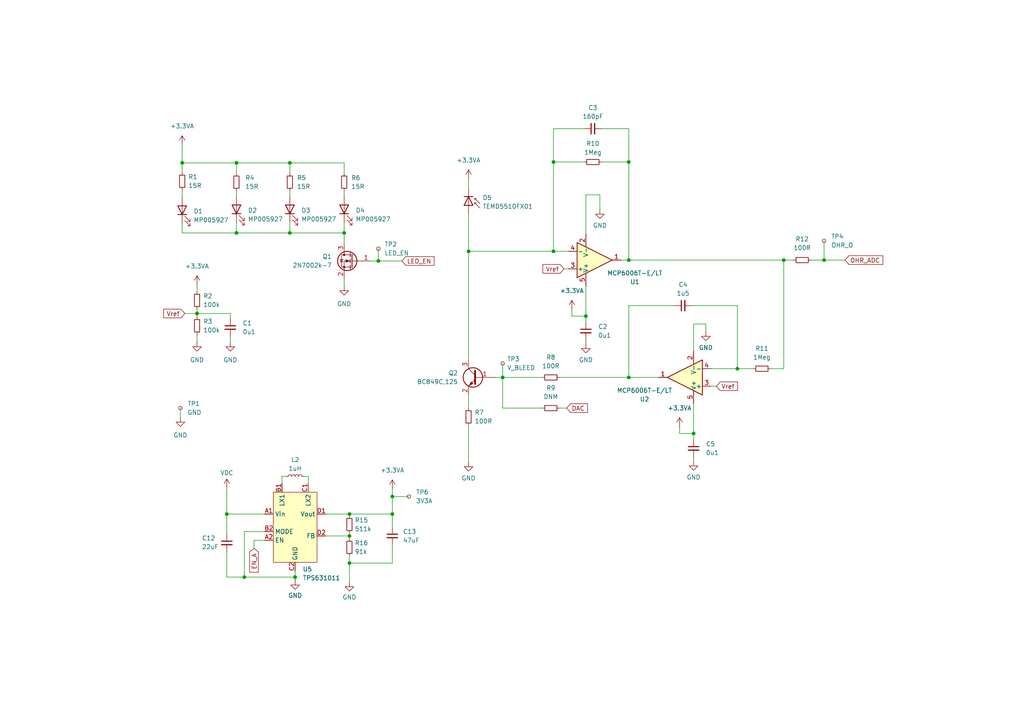
<source format=kicad_sch>
(kicad_sch (version 20231120) (generator "eeschema") (generator_version "8.0")
  (paper "A4")
  (lib_symbols
    (symbol "Amplifier_Operational:LT6015xS5" (pin_names (offset 0.127))
      (property "Reference" "U" (at -1.27 6.35 0))
      (property "Value" "LT6015xS5" (at -1.27 3.81 0))
      (symbol "LT6015xS5_0_1"
        (polyline (pts (xy -5.08 5.08) (xy 5.08 0) (xy -5.08 -5.08) (xy -5.08 5.08)) (stroke (width 0.254)) (fill (type background)))
        (pin power_in line (at -2.54 -7.62 90) (length 3.81) (name "V-") (number "2"))
        (pin power_in line (at -2.54 7.62 270) (length 3.81) (name "V+") (number "5"))
      )
      (symbol "LT6015xS5_1_1"
        (pin output line (at 7.62 0 180) (length 2.54) (name "~") (number "1"))
        (pin input line (at -7.62 2.54 0) (length 2.54) (name "+") (number "3"))
        (pin input line (at -7.62 -2.54 0) (length 2.54) (name "-") (number "4"))
      )
    )
    (symbol "Connector:TestPoint_Small" (pin_numbers hide) (pin_names (offset 0.762) hide)
      (property "Reference" "TP" (at 0 3.81 0))
      (property "Value" "TestPoint_Small" (at 0 2.032 0))
      (symbol "TestPoint_Small_0_1"
        (circle (center 0 0) (radius 0.508))
      )
      (symbol "TestPoint_Small_1_1"
        (pin passive line (at 0 0 90) (length 0) (name "1") (number "1"))
      )
    )
    (symbol "Device:C_Small" (pin_numbers hide) (pin_names (offset 0.254) hide)
      (property "Reference" "C" (at 0.254 1.778 0))
      (property "Value" "C_Small" (at 0.254 -2.032 0))
      (symbol "C_Small_0_1"
        (polyline (pts (xy -1.524 -0.508) (xy 1.524 -0.508)) (stroke (width 0.3302)))
        (polyline (pts (xy -1.524 0.508) (xy 1.524 0.508)) (stroke (width 0.3048)))
      )
      (symbol "C_Small_1_1"
        (pin passive line (at 0 2.54 270) (length 2.032) (name "~") (number "1"))
        (pin passive line (at 0 -2.54 90) (length 2.032) (name "~") (number "2"))
      )
    )
    (symbol "Device:D_Photo" (pin_numbers hide) (pin_names hide)
      (property "Reference" "D" (at 0.508 1.778 0))
      (property "Value" "D_Photo" (at -1.016 -2.794 0))
      (symbol "D_Photo_0_1"
        (polyline (pts (xy -2.54 1.27) (xy -2.54 -1.27)) (stroke (width 0.254)))
        (polyline (pts (xy -2.032 1.778) (xy -1.524 1.778)))
        (polyline (pts (xy 0 0) (xy -2.54 0)))
        (polyline (pts (xy -0.508 3.302) (xy -2.032 1.778) (xy -2.032 2.286)))
        (polyline (pts (xy 0 -1.27) (xy 0 1.27) (xy -2.54 0) (xy 0 -1.27)) (stroke (width 0.254)))
        (polyline (pts (xy 0.762 3.302) (xy -0.762 1.778) (xy -0.762 2.286) (xy -0.762 1.778) (xy -0.254 1.778)))
      )
      (symbol "D_Photo_1_1"
        (pin passive line (at -5.08 0 0) (length 2.54) (name "K") (number "1"))
        (pin passive line (at 2.54 0 180) (length 2.54) (name "A") (number "2"))
      )
    )
    (symbol "Device:LED" (pin_numbers hide) (pin_names (offset 1.016) hide)
      (property "Reference" "D" (at 0 2.54 0))
      (property "Value" "LED" (at 0 -2.54 0))
      (symbol "LED_0_1"
        (polyline (pts (xy -1.27 -1.27) (xy -1.27 1.27)) (stroke (width 0.254)))
        (polyline (pts (xy -1.27 0) (xy 1.27 0)))
        (polyline (pts (xy 1.27 -1.27) (xy 1.27 1.27) (xy -1.27 0) (xy 1.27 -1.27)) (stroke (width 0.254)))
        (polyline (pts (xy -3.048 -0.762) (xy -4.572 -2.286) (xy -3.81 -2.286) (xy -4.572 -2.286) (xy -4.572 -1.524)))
        (polyline (pts (xy -1.778 -0.762) (xy -3.302 -2.286) (xy -2.54 -2.286) (xy -3.302 -2.286) (xy -3.302 -1.524)))
      )
      (symbol "LED_1_1"
        (pin passive line (at -3.81 0 0) (length 2.54) (name "K") (number "1"))
        (pin passive line (at 3.81 0 180) (length 2.54) (name "A") (number "2"))
      )
    )
    (symbol "Device:L_Small" (pin_numbers hide) (pin_names (offset 0.254) hide)
      (property "Reference" "L" (at 0.762 1.016 0))
      (property "Value" "L_Small" (at 0.762 -1.016 0))
      (symbol "L_Small_0_1"
        (arc (start 0 -2.032) (mid 0.5058 -1.524) (end 0 -1.016))
        (arc (start 0 -1.016) (mid 0.5058 -0.508) (end 0 0))
        (arc (start 0 0) (mid 0.5058 0.508) (end 0 1.016))
        (arc (start 0 1.016) (mid 0.5058 1.524) (end 0 2.032))
      )
      (symbol "L_Small_1_1"
        (pin passive line (at 0 2.54 270) (length 0.508) (name "~") (number "1"))
        (pin passive line (at 0 -2.54 90) (length 0.508) (name "~") (number "2"))
      )
    )
    (symbol "Device:Q_NMOS_GSD" (pin_names (offset 0) hide)
      (property "Reference" "Q" (at 5.08 1.27 0))
      (property "Value" "Q_NMOS_GSD" (at 5.08 -1.27 0))
      (symbol "Q_NMOS_GSD_0_1"
        (polyline (pts (xy 0.254 0) (xy -2.54 0)))
        (polyline (pts (xy 0.254 1.905) (xy 0.254 -1.905)) (stroke (width 0.254)))
        (polyline (pts (xy 0.762 -1.27) (xy 0.762 -2.286)) (stroke (width 0.254)))
        (polyline (pts (xy 0.762 0.508) (xy 0.762 -0.508)) (stroke (width 0.254)))
        (polyline (pts (xy 0.762 2.286) (xy 0.762 1.27)) (stroke (width 0.254)))
        (polyline (pts (xy 2.54 2.54) (xy 2.54 1.778)))
        (polyline (pts (xy 2.54 -2.54) (xy 2.54 0) (xy 0.762 0)))
        (polyline (pts (xy 0.762 -1.778) (xy 3.302 -1.778) (xy 3.302 1.778) (xy 0.762 1.778)))
        (polyline (pts (xy 1.016 0) (xy 2.032 0.381) (xy 2.032 -0.381) (xy 1.016 0)) (fill (type outline)))
        (polyline (pts (xy 2.794 0.508) (xy 2.921 0.381) (xy 3.683 0.381) (xy 3.81 0.254)))
        (polyline (pts (xy 3.302 0.381) (xy 2.921 -0.254) (xy 3.683 -0.254) (xy 3.302 0.381)))
        (circle (center 1.651 0) (radius 2.794) (stroke (width 0.254)))
        (circle (center 2.54 -1.778) (radius 0.254) (fill (type outline)))
        (circle (center 2.54 1.778) (radius 0.254) (fill (type outline)))
      )
      (symbol "Q_NMOS_GSD_1_1"
        (pin input line (at -5.08 0 0) (length 2.54) (name "G") (number "1"))
        (pin passive line (at 2.54 -5.08 90) (length 2.54) (name "S") (number "2"))
        (pin passive line (at 2.54 5.08 270) (length 2.54) (name "D") (number "3"))
      )
    )
    (symbol "Device:R_Small" (pin_numbers hide) (pin_names (offset 0.254) hide)
      (property "Reference" "R" (at 0.762 0.508 0))
      (property "Value" "R_Small" (at 0.762 -1.016 0))
      (symbol "R_Small_0_1"
        (rectangle (start -0.762 1.778) (end 0.762 -1.778) (stroke (width 0.2032)))
      )
      (symbol "R_Small_1_1"
        (pin passive line (at 0 2.54 270) (length 0.762) (name "~") (number "1"))
        (pin passive line (at 0 -2.54 90) (length 0.762) (name "~") (number "2"))
      )
    )
    (symbol "GND_1" (power) (pin_numbers hide) (pin_names (offset 0) hide)
      (property "Value" "GND" (at 0 -3.81 0))
      (symbol "GND_1_0_1"
        (polyline (pts (xy 0 0) (xy 0 -1.27) (xy 1.27 -1.27) (xy 0 -2.54) (xy -1.27 -1.27) (xy 0 -1.27)))
      )
      (symbol "GND_1_1_1"
        (pin power_in line (at 0 0 270) (length 0) (name "~") (number "1"))
      )
    )
    (symbol "MySymbols:TPS631011"
      (property "Reference" "U" (at 2.032 -14.224 0))
      (symbol "TPS631011_1_1"
        (rectangle (start -6.35 11.43) (end 6.35 -8.89) (fill (type background)))
        (pin input line (at -8.89 5.08 0) (length 2.54) (name "Vin") (number "A1"))
        (pin input line (at -8.89 -2.54 0) (length 2.54) (name "EN") (number "A2"))
        (pin input line (at -3.81 13.97 270) (length 2.54) (name "LX1") (number "B1"))
        (pin input line (at -8.89 0 0) (length 2.54) (name "MODE") (number "B2"))
        (pin input line (at 3.81 13.97 270) (length 2.54) (name "LX2") (number "C1"))
        (pin input line (at 0 -11.43 90) (length 2.54) (name "GND") (number "C2"))
        (pin input line (at 8.89 5.08 180) (length 2.54) (name "Vout") (number "D1"))
        (pin input line (at 8.89 -1.27 180) (length 2.54) (name "FB") (number "D2"))
      )
    )
    (symbol "Transistor_BJT:BC849" (pin_names (offset 0) hide)
      (property "Reference" "Q" (at 5.08 1.905 0))
      (property "Value" "BC849" (at 5.08 0 0))
      (symbol "BC849_0_1"
        (polyline (pts (xy 0.635 0.635) (xy 2.54 2.54)))
        (polyline (pts (xy 0.635 -0.635) (xy 2.54 -2.54) (xy 2.54 -2.54)))
        (polyline (pts (xy 0.635 1.905) (xy 0.635 -1.905) (xy 0.635 -1.905)) (stroke (width 0.508)))
        (polyline (pts (xy 1.27 -1.778) (xy 1.778 -1.27) (xy 2.286 -2.286) (xy 1.27 -1.778) (xy 1.27 -1.778)) (fill (type outline)))
        (circle (center 1.27 0) (radius 2.8194) (stroke (width 0.254)))
      )
      (symbol "BC849_1_1"
        (pin input line (at -5.08 0 0) (length 5.715) (name "B") (number "1"))
        (pin passive line (at 2.54 -5.08 90) (length 2.54) (name "E") (number "2"))
        (pin passive line (at 2.54 5.08 270) (length 2.54) (name "C") (number "3"))
      )
    )
    (symbol "power:+3.3VA" (power) (pin_numbers hide) (pin_names (offset 0) hide)
      (property "Value" "+3.3VA" (at 0 3.556 0))
      (symbol "+3.3VA_0_1"
        (polyline (pts (xy -0.762 1.27) (xy 0 2.54)))
        (polyline (pts (xy 0 0) (xy 0 2.54)))
        (polyline (pts (xy 0 2.54) (xy 0.762 1.27)))
      )
      (symbol "+3.3VA_1_1"
        (pin power_in line (at 0 0 90) (length 0) (name "~") (number "1"))
      )
    )
    (symbol "power:GND" (power) (pin_numbers hide) (pin_names (offset 0) hide)
      (property "Value" "GND" (at 0 -3.81 0))
      (symbol "GND_0_1"
        (polyline (pts (xy 0 0) (xy 0 -1.27) (xy 1.27 -1.27) (xy 0 -2.54) (xy -1.27 -1.27) (xy 0 -1.27)))
      )
      (symbol "GND_1_1"
        (pin power_in line (at 0 0 270) (length 0) (name "~") (number "1"))
      )
    )
    (symbol "power:VDC" (power) (pin_numbers hide) (pin_names (offset 0) hide)
      (property "Value" "VDC" (at 0 3.556 0))
      (symbol "VDC_0_1"
        (polyline (pts (xy -0.762 1.27) (xy 0 2.54)))
        (polyline (pts (xy 0 0) (xy 0 2.54)))
        (polyline (pts (xy 0 2.54) (xy 0.762 1.27)))
      )
      (symbol "VDC_1_1"
        (pin power_in line (at 0 0 90) (length 0) (name "~") (number "1"))
      )
    )
  )
  (junction (at 70.866 167.386))
  (junction (at 84.074 47.244))
  (junction (at 99.822 67.564))
  (junction (at 169.926 91.694))
  (junction (at 227.33 75.438))
  (junction (at 68.58 67.564))
  (junction (at 160.528 46.99))
  (junction (at 182.372 109.474))
  (junction (at 84.074 67.564))
  (junction (at 213.868 106.934))
  (junction (at 101.346 163.322))
  (junction (at 113.792 149.098))
  (junction (at 239.014 75.438))
  (junction (at 85.598 167.386))
  (junction (at 109.728 75.692))
  (junction (at 182.372 46.99))
  (junction (at 101.346 149.098))
  (junction (at 135.89 72.898))
  (junction (at 57.15 90.932))
  (junction (at 101.346 155.448))
  (junction (at 65.786 149.098))
  (junction (at 68.58 47.244))
  (junction (at 113.792 144.018))
  (junction (at 52.832 47.244))
  (junction (at 160.528 72.898))
  (junction (at 182.372 75.438))
  (junction (at 145.796 109.474))
  (junction (at 201.168 125.73))
  (wire (pts (xy 182.372 37.338) (xy 182.372 46.99)))
  (wire (pts (xy 239.014 75.438) (xy 245.11 75.438)))
  (wire (pts (xy 135.89 51.816) (xy 135.89 54.483)))
  (wire (pts (xy 65.786 141.478) (xy 65.786 149.098)))
  (wire (pts (xy 239.014 75.438) (xy 239.014 69.85)))
  (wire (pts (xy 201.168 101.854) (xy 201.168 93.98)))
  (wire (pts (xy 68.58 47.244) (xy 52.832 47.244)))
  (wire (pts (xy 65.786 154.94) (xy 65.786 149.098)))
  (wire (pts (xy 169.926 91.694) (xy 169.926 93.472)))
  (wire (pts (xy 65.786 160.02) (xy 65.786 167.386)))
  (wire (pts (xy 84.074 67.564) (xy 99.822 67.564)))
  (wire (pts (xy 84.074 47.244) (xy 99.822 47.244)))
  (wire (pts (xy 201.168 125.73) (xy 201.168 127.508)))
  (wire (pts (xy 160.528 37.338) (xy 160.528 46.99)))
  (wire (pts (xy 230.124 75.438) (xy 227.33 75.438)))
  (wire (pts (xy 57.15 90.932) (xy 66.802 90.932)))
  (wire (pts (xy 145.796 105.41) (xy 145.796 109.474)))
  (wire (pts (xy 182.372 75.438) (xy 182.372 46.99)))
  (wire (pts (xy 206.248 106.934) (xy 213.868 106.934)))
  (wire (pts (xy 73.66 156.718) (xy 73.66 159.004)))
  (wire (pts (xy 53.594 90.932) (xy 57.15 90.932)))
  (wire (pts (xy 101.346 154.686) (xy 101.346 155.448)))
  (wire (pts (xy 135.89 123.444) (xy 135.89 134.112)))
  (wire (pts (xy 201.168 132.588) (xy 201.168 133.858)))
  (wire (pts (xy 173.99 56.515) (xy 169.926 56.515)))
  (wire (pts (xy 107.442 75.692) (xy 109.728 75.692)))
  (wire (pts (xy 201.168 125.73) (xy 201.168 117.094)))
  (wire (pts (xy 70.866 154.178) (xy 70.866 167.386)))
  (wire (pts (xy 182.372 75.438) (xy 227.33 75.438)))
  (wire (pts (xy 113.792 152.908) (xy 113.792 149.098)))
  (wire (pts (xy 99.822 80.772) (xy 99.822 83.058)))
  (wire (pts (xy 174.498 37.338) (xy 182.372 37.338)))
  (wire (pts (xy 113.792 144.018) (xy 113.792 149.098)))
  (wire (pts (xy 169.926 91.694) (xy 169.926 83.058)))
  (wire (pts (xy 76.708 154.178) (xy 70.866 154.178)))
  (wire (pts (xy 200.66 88.646) (xy 213.868 88.646)))
  (wire (pts (xy 182.372 88.646) (xy 182.372 109.474)))
  (wire (pts (xy 65.786 167.386) (xy 70.866 167.386)))
  (wire (pts (xy 68.58 55.372) (xy 68.58 56.896)))
  (wire (pts (xy 89.408 138.176) (xy 89.408 140.208)))
  (wire (pts (xy 57.15 90.932) (xy 57.15 91.948)))
  (wire (pts (xy 180.086 75.438) (xy 182.372 75.438)))
  (wire (pts (xy 99.822 55.372) (xy 99.822 56.896)))
  (wire (pts (xy 201.168 93.98) (xy 204.724 93.98)))
  (wire (pts (xy 57.15 89.662) (xy 57.15 90.932)))
  (wire (pts (xy 145.796 109.474) (xy 157.226 109.474)))
  (wire (pts (xy 99.822 67.564) (xy 99.822 70.612)))
  (wire (pts (xy 65.786 149.098) (xy 76.708 149.098)))
  (wire (pts (xy 165.862 91.694) (xy 169.926 91.694)))
  (wire (pts (xy 76.708 156.718) (xy 73.66 156.718)))
  (wire (pts (xy 101.346 161.29) (xy 101.346 163.322)))
  (wire (pts (xy 109.728 75.692) (xy 116.586 75.692)))
  (wire (pts (xy 84.074 64.516) (xy 84.074 67.564)))
  (wire (pts (xy 157.226 118.364) (xy 145.796 118.364)))
  (wire (pts (xy 135.89 72.898) (xy 135.89 104.394)))
  (wire (pts (xy 169.418 37.338) (xy 160.528 37.338)))
  (wire (pts (xy 162.306 109.474) (xy 182.372 109.474)))
  (wire (pts (xy 70.866 167.386) (xy 85.598 167.386)))
  (wire (pts (xy 227.33 75.438) (xy 227.33 106.934)))
  (wire (pts (xy 94.488 155.448) (xy 101.346 155.448)))
  (wire (pts (xy 68.58 64.516) (xy 68.58 67.564)))
  (wire (pts (xy 88.138 138.176) (xy 89.408 138.176)))
  (wire (pts (xy 113.792 141.732) (xy 113.792 144.018)))
  (wire (pts (xy 68.58 67.564) (xy 84.074 67.564)))
  (wire (pts (xy 83.058 138.176) (xy 81.788 138.176)))
  (wire (pts (xy 182.372 109.474) (xy 191.008 109.474)))
  (wire (pts (xy 101.346 155.448) (xy 101.346 156.21)))
  (wire (pts (xy 113.792 163.322) (xy 101.346 163.322)))
  (wire (pts (xy 99.822 50.292) (xy 99.822 47.244)))
  (wire (pts (xy 195.58 88.646) (xy 182.372 88.646)))
  (wire (pts (xy 109.728 72.136) (xy 109.728 75.692)))
  (wire (pts (xy 68.58 50.292) (xy 68.58 47.244)))
  (wire (pts (xy 163.576 77.978) (xy 164.846 77.978)))
  (wire (pts (xy 52.832 64.77) (xy 52.832 67.564)))
  (wire (pts (xy 52.832 55.118) (xy 52.832 57.15)))
  (wire (pts (xy 169.926 98.552) (xy 169.926 99.822)))
  (wire (pts (xy 145.796 118.364) (xy 145.796 109.474)))
  (wire (pts (xy 84.074 50.292) (xy 84.074 47.244)))
  (wire (pts (xy 101.346 149.098) (xy 101.346 149.606)))
  (wire (pts (xy 160.528 72.898) (xy 164.846 72.898)))
  (wire (pts (xy 99.822 64.516) (xy 99.822 67.564)))
  (wire (pts (xy 197.104 125.73) (xy 197.104 123.698)))
  (wire (pts (xy 182.372 46.99) (xy 174.498 46.99)))
  (wire (pts (xy 52.832 41.91) (xy 52.832 47.244)))
  (wire (pts (xy 165.862 91.694) (xy 165.862 89.662)))
  (wire (pts (xy 52.832 67.564) (xy 68.58 67.564)))
  (wire (pts (xy 169.926 56.515) (xy 169.926 67.818)))
  (wire (pts (xy 57.15 82.55) (xy 57.15 84.582)))
  (wire (pts (xy 101.346 149.098) (xy 113.792 149.098)))
  (wire (pts (xy 94.488 149.098) (xy 101.346 149.098)))
  (wire (pts (xy 101.346 163.322) (xy 101.346 168.91)))
  (wire (pts (xy 118.618 144.018) (xy 113.792 144.018)))
  (wire (pts (xy 169.418 46.99) (xy 160.528 46.99)))
  (wire (pts (xy 135.89 72.898) (xy 135.89 62.103)))
  (wire (pts (xy 57.15 97.028) (xy 57.15 99.314)))
  (wire (pts (xy 206.248 112.014) (xy 207.772 112.014)))
  (wire (pts (xy 173.99 60.833) (xy 173.99 56.515)))
  (wire (pts (xy 68.58 47.244) (xy 84.074 47.244)))
  (wire (pts (xy 113.792 157.988) (xy 113.792 163.322)))
  (wire (pts (xy 52.832 47.244) (xy 52.832 50.038)))
  (wire (pts (xy 85.598 165.608) (xy 85.598 167.386)))
  (wire (pts (xy 81.788 138.176) (xy 81.788 140.208)))
  (wire (pts (xy 135.89 72.898) (xy 160.528 72.898)))
  (wire (pts (xy 160.528 46.99) (xy 160.528 72.898)))
  (wire (pts (xy 84.074 55.372) (xy 84.074 56.896)))
  (wire (pts (xy 66.802 92.456) (xy 66.802 90.932)))
  (wire (pts (xy 213.868 88.646) (xy 213.868 106.934)))
  (wire (pts (xy 227.33 106.934) (xy 223.52 106.934)))
  (wire (pts (xy 85.598 167.386) (xy 85.598 168.402)))
  (wire (pts (xy 162.306 118.364) (xy 164.338 118.364)))
  (wire (pts (xy 213.868 106.934) (xy 218.44 106.934)))
  (wire (pts (xy 204.724 93.98) (xy 204.724 96.266)))
  (wire (pts (xy 143.51 109.474) (xy 145.796 109.474)))
  (wire (pts (xy 66.802 97.536) (xy 66.802 99.314)))
  (wire (pts (xy 197.104 125.73) (xy 201.168 125.73)))
  (wire (pts (xy 135.89 114.554) (xy 135.89 118.364)))
  (wire (pts (xy 52.324 118.364) (xy 52.324 121.158)))
  (wire (pts (xy 235.204 75.438) (xy 239.014 75.438)))
  (global_label "Vref" (shape input) (at 53.594 90.932 180) (property "Intersheetrefs" "${INTERSHEET_REFS}" (effects (hide yes))))
  (global_label "DAC" (shape input) (at 164.338 118.364 0) (property "Intersheetrefs" "${INTERSHEET_REFS}" (effects (hide yes))))
  (global_label "Vref" (shape input) (at 163.576 77.978 180) (property "Intersheetrefs" "${INTERSHEET_REFS}" (effects (hide yes))))
  (global_label "EN_A" (shape input) (at 73.66 159.004 270) (property "Intersheetrefs" "${INTERSHEET_REFS}" (effects (hide yes))))
  (global_label "Vref" (shape input) (at 207.772 112.014 0) (property "Intersheetrefs" "${INTERSHEET_REFS}" (effects (hide yes))))
  (global_label "OHR_ADC" (shape input) (at 245.11 75.438 0) (property "Intersheetrefs" "${INTERSHEET_REFS}" (effects (hide yes))))
  (global_label "LED_EN" (shape input) (at 116.586 75.692 0) (property "Intersheetrefs" "${INTERSHEET_REFS}" (effects (hide yes))))
  (symbol (lib_id "power:GND") (at 173.99 60.833 0) (unit 1)
    (property "Reference" "#PWR011" (effects (hide yes)))
    (property "Value" "GND" (at 173.99 65.405 0))
    (property "Description" "Power symbol creates a global label with name \"GND\" , ground" (effects (hide yes)))
  )
  (symbol (lib_id "Device:LED") (at 68.58 60.706 90) (unit 1)
    (property "Reference" "D2" (at 71.882 61.0234 90) (effects (justify right)))
    (property "Value" "MP005927" (at 71.882 63.5634 90) (effects (justify right)))
    (property "Footprint" "Diode_SMD:D_0603_1608Metric" (effects (hide yes)))
    (property "Description" "Light emitting diode" (effects (hide yes)))
  )
  (symbol (lib_id "Amplifier_Operational:LT6015xS5") (at 198.628 109.474 180) (unit 1)
    (property "Reference" "U2" (at 186.944 115.7926 0))
    (property "Value" "MCP6006T-E/LT" (at 186.944 113.2526 0))
    (property "Footprint" "Package_TO_SOT_SMD:SOT-353_SC-70-5" (effects (hide yes)))
    (property "Farnell" "3807531" (effects (hide yes)))
  )
  (symbol (lib_id "Device:R_Small") (at 84.074 52.832 0) (unit 1)
    (property "Reference" "R5" (at 86.106 51.5619 0) (effects (justify left)))
    (property "Value" "15R" (at 86.106 54.1019 0) (effects (justify left)))
    (property "Footprint" "Resistor_SMD:R_01005_0402Metric" (effects (hide yes)))
    (property "Description" "Resistor, small symbol" (effects (hide yes)))
    (property "Farnell" "3994380" (effects (hide yes)))
  )
  (symbol (lib_id "power:+3.3VA") (at 165.862 89.662 0) (unit 1)
    (property "Reference" "#PWR09" (effects (hide yes)))
    (property "Value" "+3.3VA" (at 165.862 84.328 0))
    (property "Description" "Power symbol creates a global label with name \"+3.3VA\"" (effects (hide yes)))
  )
  (symbol (lib_id "Device:C_Small") (at 171.958 37.338 90) (unit 1)
    (property "Reference" "C3" (at 171.9643 31.242 90))
    (property "Value" "160pF" (at 171.9643 33.782 90))
    (property "Footprint" "Capacitor_SMD:C_0402_1005Metric" (effects (hide yes)))
    (property "Description" "Unpolarized capacitor, small symbol" (effects (hide yes)))
    (property "Farnell" "1758977" (effects (hide yes)))
  )
  (symbol (lib_id "Device:R_Small") (at 57.15 87.122 0) (unit 1)
    (property "Reference" "R2" (at 58.928 85.8519 0) (effects (justify left)))
    (property "Value" "100k" (at 58.928 88.3919 0) (effects (justify left)))
    (property "Footprint" "Resistor_SMD:R_0402_1005Metric" (effects (hide yes)))
    (property "Description" "Resistor, small symbol" (effects (hide yes)))
    (property "Farnell" "2502803" (effects (hide yes)))
  )
  (symbol (lib_id "Device:R_Small") (at 99.822 52.832 0) (unit 1)
    (property "Reference" "R6" (at 101.854 51.5619 0) (effects (justify left)))
    (property "Value" "15R" (at 101.854 54.1019 0) (effects (justify left)))
    (property "Footprint" "Resistor_SMD:R_01005_0402Metric" (effects (hide yes)))
    (property "Description" "Resistor, small symbol" (effects (hide yes)))
    (property "Farnell" "3994380" (effects (hide yes)))
  )
  (symbol (lib_id "Device:LED") (at 52.832 60.96 90) (unit 1)
    (property "Reference" "D1" (at 56.134 61.2774 90) (effects (justify right)))
    (property "Value" "MP005927" (at 56.134 63.8174 90) (effects (justify right)))
    (property "Footprint" "Diode_SMD:D_0603_1608Metric" (effects (hide yes)))
    (property "Description" "Light emitting diode" (effects (hide yes)))
  )
  (symbol (lib_id "MySymbols:TPS631011") (at 85.598 154.178 0) (unit 1)
    (property "Reference" "U5" (at 87.7921 165.1 0) (effects (justify left)))
    (property "Value" "TPS631011" (at 87.7921 167.64 0) (effects (justify left)))
    (property "Footprint" "Package_BGA:Texas_DSBGA-8_0.705x1.468mm_Layout2x4_P0.4mm" (effects (hide yes)))
  )
  (symbol (lib_id "Connector:TestPoint_Small") (at 118.618 144.018 0) (unit 1)
    (property "Reference" "TP6" (at 120.65 142.7479 0) (effects (justify left)))
    (property "Value" "3V3A" (at 120.65 145.2879 0) (effects (justify left)))
    (property "Footprint" "TestPoint:TestPoint_Pad_D1.0mm" (effects (hide yes)))
    (property "Description" "test point" (effects (hide yes)))
  )
  (symbol (lib_id "power:+3.3VA") (at 197.104 123.698 0) (unit 1)
    (property "Reference" "#PWR012" (effects (hide yes)))
    (property "Value" "+3.3VA" (at 197.104 118.364 0))
    (property "Description" "Power symbol creates a global label with name \"+3.3VA\"" (effects (hide yes)))
  )
  (symbol (lib_id "power:GND") (at 52.324 121.158 0) (unit 1)
    (property "Reference" "#PWR01" (effects (hide yes)))
    (property "Value" "GND" (at 52.324 126.238 0))
    (property "Description" "Power symbol creates a global label with name \"GND\" , ground" (effects (hide yes)))
  )
  (symbol (lib_id "Connector:TestPoint_Small") (at 52.324 118.364 0) (unit 1)
    (property "Reference" "TP1" (at 54.356 117.0939 0) (effects (justify left)))
    (property "Value" "GND" (at 54.356 119.6339 0) (effects (justify left)))
    (property "Footprint" "TestPoint:TestPoint_Pad_D1.0mm" (effects (hide yes)))
    (property "Description" "test point" (effects (hide yes)))
  )
  (symbol (lib_id "Device:R_Small") (at 57.15 94.488 0) (unit 1)
    (property "Reference" "R3" (at 58.928 93.2179 0) (effects (justify left)))
    (property "Value" "100k" (at 58.928 95.7579 0) (effects (justify left)))
    (property "Footprint" "Resistor_SMD:R_0402_1005Metric" (effects (hide yes)))
    (property "Description" "Resistor, small symbol" (effects (hide yes)))
    (property "Farnell" "2502803" (effects (hide yes)))
  )
  (symbol (lib_id "Amplifier_Operational:LT6015xS5") (at 172.466 75.438 0) (mirror x) (unit 1)
    (property "Reference" "U1" (at 184.15 81.7566 0))
    (property "Value" "MCP6006T-E/LT" (at 184.15 79.2166 0))
    (property "Footprint" "Package_TO_SOT_SMD:SOT-353_SC-70-5" (effects (hide yes)))
    (property "Farnell" "3807531" (effects (hide yes)))
  )
  (symbol (lib_id "Device:R_Small") (at 232.664 75.438 270) (unit 1)
    (property "Reference" "R12" (at 232.664 69.342 90))
    (property "Value" "100R" (at 232.664 71.882 90))
    (property "Footprint" "Resistor_SMD:R_0402_1005Metric" (effects (hide yes)))
    (property "Description" "Resistor, small symbol" (effects (hide yes)))
    (property "Farnell" "2447095" (effects (hide yes)))
  )
  (symbol (lib_id "power:GND") (at 66.802 99.314 0) (unit 1)
    (property "Reference" "#PWR05" (effects (hide yes)))
    (property "Value" "GND" (at 66.802 104.394 0))
    (property "Description" "Power symbol creates a global label with name \"GND\" , ground" (effects (hide yes)))
  )
  (symbol (lib_id "Device:C_Small") (at 65.786 157.48 0) (unit 1)
    (property "Reference" "C12" (at 58.547 156.083 0) (effects (justify left)))
    (property "Value" "22uF" (at 58.547 158.623 0) (effects (justify left)))
    (property "Footprint" "Capacitor_SMD:C_0805_2012Metric" (effects (hide yes)))
    (property "Description" "Unpolarized capacitor, small symbol" (effects (hide yes)))
    (property "Farnell" "3013461" (effects (hide yes)))
  )
  (symbol (lib_name "GND_1") (lib_id "power:GND") (at 101.346 168.91 0) (unit 1)
    (property "Reference" "#PWR027" (effects (hide yes)))
    (property "Value" "GND" (at 101.346 173.228 0))
    (property "Description" "Power symbol creates a global label with name \"GND\" , ground" (effects (hide yes)))
  )
  (symbol (lib_id "power:GND") (at 169.926 99.822 0) (unit 1)
    (property "Reference" "#PWR010" (effects (hide yes)))
    (property "Value" "GND" (at 169.926 104.394 0))
    (property "Description" "Power symbol creates a global label with name \"GND\" , ground" (effects (hide yes)))
  )
  (symbol (lib_id "Device:D_Photo") (at 135.89 59.563 270) (unit 1)
    (property "Reference" "D5" (at 139.954 57.3404 90) (effects (justify left)))
    (property "Value" "TEMD5510FX01" (at 139.954 59.8804 90) (effects (justify left)))
    (property "Footprint" "MyFootPrints:TEMD5510FX01" (effects (hide yes)))
    (property "Description" "Photodiode" (effects (hide yes)))
  )
  (symbol (lib_id "power:GND") (at 204.724 96.266 0) (unit 1)
    (property "Reference" "#PWR014" (effects (hide yes)))
    (property "Value" "GND" (at 204.724 100.838 0))
    (property "Description" "Power symbol creates a global label with name \"GND\" , ground" (effects (hide yes)))
  )
  (symbol (lib_id "Device:C_Small") (at 201.168 130.048 0) (unit 1)
    (property "Reference" "C5" (at 204.724 128.7842 0) (effects (justify left)))
    (property "Value" "0u1" (at 204.724 131.3242 0) (effects (justify left)))
    (property "Footprint" "Capacitor_SMD:C_0402_1005Metric" (effects (hide yes)))
    (property "Description" "Unpolarized capacitor, small symbol" (effects (hide yes)))
    (property "Farnell" "2627420" (effects (hide yes)))
  )
  (symbol (lib_id "Device:R_Small") (at 171.958 46.99 90) (unit 1)
    (property "Reference" "R10" (at 171.958 41.656 90))
    (property "Value" "1Meg" (at 171.958 44.196 90))
    (property "Footprint" "Resistor_SMD:R_0402_1005Metric" (effects (hide yes)))
    (property "Description" "Resistor, small symbol" (effects (hide yes)))
    (property "Farnell" "2502805" (effects (hide yes)))
  )
  (symbol (lib_id "Device:C_Small") (at 113.792 155.448 0) (unit 1)
    (property "Reference" "C13" (at 116.84 154.1842 0) (effects (justify left)))
    (property "Value" "47uF" (at 116.84 156.7242 0) (effects (justify left)))
    (property "Footprint" "Capacitor_SMD:C_0805_2012Metric" (effects (hide yes)))
    (property "Description" "Unpolarized capacitor, small symbol" (effects (hide yes)))
    (property "Farnell" "3582869" (effects (hide yes)))
  )
  (symbol (lib_id "Device:L_Small") (at 85.598 138.176 90) (unit 1)
    (property "Reference" "L2" (at 85.598 133.35 90))
    (property "Value" "1uH" (at 85.598 135.89 90))
    (property "Footprint" "Inductor_SMD:L_0805_2012Metric_Pad1.05x1.20mm_HandSolder" (effects (hide yes)))
    (property "Description" "Inductor, small symbol" (effects (hide yes)))
    (property "Farnell" " 2616845" (effects (hide yes)))
  )
  (symbol (lib_id "Device:LED") (at 84.074 60.706 90) (unit 1)
    (property "Reference" "D3" (at 87.376 61.0234 90) (effects (justify right)))
    (property "Value" "MP005927" (at 87.376 63.5634 90) (effects (justify right)))
    (property "Footprint" "Diode_SMD:D_0603_1608Metric" (effects (hide yes)))
    (property "Description" "Light emitting diode" (effects (hide yes)))
  )
  (symbol (lib_id "power:+3.3VA") (at 113.792 141.732 0) (unit 1)
    (property "Reference" "#PWR028" (effects (hide yes)))
    (property "Value" "+3.3VA" (at 113.792 136.398 0))
    (property "Description" "Power symbol creates a global label with name \"+3.3VA\"" (effects (hide yes)))
  )
  (symbol (lib_id "power:GND") (at 99.822 83.058 0) (unit 1)
    (property "Reference" "#PWR06" (effects (hide yes)))
    (property "Value" "GND" (at 99.822 88.138 0))
    (property "Description" "Power symbol creates a global label with name \"GND\" , ground" (effects (hide yes)))
  )
  (symbol (lib_name "GND_1") (lib_id "power:GND") (at 85.598 168.402 0) (unit 1)
    (property "Reference" "#PWR026" (effects (hide yes)))
    (property "Value" "GND" (at 85.598 172.72 0))
    (property "Description" "Power symbol creates a global label with name \"GND\" , ground" (effects (hide yes)))
  )
  (symbol (lib_id "Connector:TestPoint_Small") (at 109.728 72.136 0) (unit 1)
    (property "Reference" "TP2" (at 111.506 70.8659 0) (effects (justify left)))
    (property "Value" "LED_EN" (at 111.506 73.4059 0) (effects (justify left)))
    (property "Footprint" "TestPoint:TestPoint_Pad_D1.0mm" (effects (hide yes)))
    (property "Description" "test point" (effects (hide yes)))
  )
  (symbol (lib_id "Device:R_Small") (at 101.346 158.75 0) (unit 1)
    (property "Reference" "R16" (at 102.87 157.4799 0) (effects (justify left)))
    (property "Value" "91k" (at 102.87 160.0199 0) (effects (justify left)))
    (property "Footprint" "Resistor_SMD:R_0402_1005Metric" (effects (hide yes)))
    (property "Description" "Resistor, small symbol" (effects (hide yes)))
    (property "Farnell" "2073314" (effects (hide yes)))
  )
  (symbol (lib_id "power:+3.3VA") (at 52.832 41.91 0) (unit 1)
    (property "Reference" "#PWR02" (effects (hide yes)))
    (property "Value" "+3.3VA" (at 52.832 36.576 0))
    (property "Description" "Power symbol creates a global label with name \"+3.3VA\"" (effects (hide yes)))
  )
  (symbol (lib_id "Device:R_Small") (at 101.346 152.146 0) (unit 1)
    (property "Reference" "R15" (at 102.87 150.8759 0) (effects (justify left)))
    (property "Value" "511k" (at 102.87 153.4159 0) (effects (justify left)))
    (property "Footprint" "Resistor_SMD:R_0402_1005Metric" (effects (hide yes)))
    (property "Description" "Resistor, small symbol" (effects (hide yes)))
    (property "Farnell" "3950930" (effects (hide yes)))
  )
  (symbol (lib_id "Device:R_Small") (at 159.766 109.474 270) (unit 1)
    (property "Reference" "R8" (at 159.766 103.632 90))
    (property "Value" "100R" (at 159.766 106.172 90))
    (property "Footprint" "Resistor_SMD:R_0402_1005Metric" (effects (hide yes)))
    (property "Description" "Resistor, small symbol" (effects (hide yes)))
    (property "Farnell" "2447095" (effects (hide yes)))
  )
  (symbol (lib_id "Device:R_Small") (at 68.58 52.832 0) (unit 1)
    (property "Reference" "R4" (at 71.12 51.5619 0) (effects (justify left)))
    (property "Value" "15R" (at 71.12 54.1019 0) (effects (justify left)))
    (property "Footprint" "Resistor_SMD:R_01005_0402Metric" (effects (hide yes)))
    (property "Description" "Resistor, small symbol" (effects (hide yes)))
    (property "Farnell" "3994380" (effects (hide yes)))
  )
  (symbol (lib_id "Device:R_Small") (at 220.98 106.934 270) (unit 1)
    (property "Reference" "R11" (at 220.98 101.092 90))
    (property "Value" "1Meg" (at 220.98 103.632 90))
    (property "Footprint" "Resistor_SMD:R_0402_1005Metric" (effects (hide yes)))
    (property "Description" "Resistor, small symbol" (effects (hide yes)))
    (property "Farnell" "2502805" (effects (hide yes)))
  )
  (symbol (lib_id "Device:R_Small") (at 159.766 118.364 270) (unit 1)
    (property "Reference" "R9" (at 159.766 112.522 90))
    (property "Value" "DNM" (at 159.766 115.062 90))
    (property "Footprint" "Resistor_SMD:R_0402_1005Metric" (effects (hide yes)))
    (property "Description" "Resistor, small symbol" (effects (hide yes)))
  )
  (symbol (lib_id "Device:Q_NMOS_GSD") (at 102.362 75.692 0) (mirror y) (unit 1)
    (property "Reference" "Q1" (at 96.266 74.4219 0) (effects (justify left)))
    (property "Value" "2N7002k-7" (at 96.266 76.9619 0) (effects (justify left)))
    (property "Footprint" "Package_TO_SOT_SMD:SOT-23-3" (effects (hide yes)))
    (property "Description" "N-MOSFET transistor, gate/source/drain" (effects (hide yes)))
    (property "Farnell" "1713825" (effects (hide yes)))
  )
  (symbol (lib_id "Connector:TestPoint_Small") (at 239.014 69.85 0) (unit 1)
    (property "Reference" "TP4" (at 241.046 68.5799 0) (effects (justify left)))
    (property "Value" "OHR_O" (at 241.046 71.1199 0) (effects (justify left)))
    (property "Footprint" "TestPoint:TestPoint_Pad_D1.0mm" (effects (hide yes)))
    (property "Description" "test point" (effects (hide yes)))
  )
  (symbol (lib_id "Device:R_Small") (at 52.832 52.578 0) (unit 1)
    (property "Reference" "R1" (at 54.61 51.3079 0) (effects (justify left)))
    (property "Value" "15R" (at 54.61 53.8479 0) (effects (justify left)))
    (property "Footprint" "Resistor_SMD:R_01005_0402Metric" (effects (hide yes)))
    (property "Description" "Resistor, small symbol" (effects (hide yes)))
    (property "Farnell" "3994380" (effects (hide yes)))
  )
  (symbol (lib_id "Transistor_BJT:BC849") (at 138.43 109.474 0) (mirror y) (unit 1)
    (property "Reference" "Q2" (at 132.842 108.2039 0) (effects (justify left)))
    (property "Value" "BC849C,125" (at 132.842 110.7439 0) (effects (justify left)))
    (property "Footprint" "Package_TO_SOT_SMD:SOT-23" (effects (hide yes)))
    (property "Datasheet" "http://www.infineon.com/dgdl/Infineon-BC847SERIES_BC848SERIES_BC849SERIES_BC850SERIES-DS-v01_01-en.pdf?fileId=db3a304314dca389011541d4630a1657" (effects (hide yes)))
    (property "Description" "0.1A Ic, 30V Vce, NPN Transistor, SOT-23" (effects (hide yes)))
    (property "Farnell" "1081237" (effects (hide yes)))
  )
  (symbol (lib_id "power:+3.3VA") (at 135.89 51.816 0) (unit 1)
    (property "Reference" "#PWR07" (effects (hide yes)))
    (property "Value" "+3.3VA" (at 135.89 46.482 0))
    (property "Description" "Power symbol creates a global label with name \"+3.3VA\"" (effects (hide yes)))
  )
  (symbol (lib_id "power:+3.3VA") (at 57.15 82.55 0) (unit 1)
    (property "Reference" "#PWR03" (effects (hide yes)))
    (property "Value" "+3.3VA" (at 57.15 77.216 0))
    (property "Description" "Power symbol creates a global label with name \"+3.3VA\"" (effects (hide yes)))
  )
  (symbol (lib_id "Device:R_Small") (at 135.89 120.904 0) (unit 1)
    (property "Reference" "R7" (at 137.668 119.6339 0) (effects (justify left)))
    (property "Value" "100R" (at 137.668 122.1739 0) (effects (justify left)))
    (property "Footprint" "Resistor_SMD:R_0402_1005Metric" (effects (hide yes)))
    (property "Description" "Resistor, small symbol" (effects (hide yes)))
    (property "Farnell" "2447095" (effects (hide yes)))
  )
  (symbol (lib_id "Device:C_Small") (at 66.802 94.996 0) (unit 1)
    (property "Reference" "C1" (at 70.358 93.7322 0) (effects (justify left)))
    (property "Value" "0u1" (at 70.358 96.2722 0) (effects (justify left)))
    (property "Footprint" "Capacitor_SMD:C_0402_1005Metric" (effects (hide yes)))
    (property "Description" "Unpolarized capacitor, small symbol" (effects (hide yes)))
    (property "Farnell" "2627420" (effects (hide yes)))
  )
  (symbol (lib_id "power:GND") (at 135.89 134.112 0) (unit 1)
    (property "Reference" "#PWR08" (effects (hide yes)))
    (property "Value" "GND" (at 135.89 138.684 0))
    (property "Description" "Power symbol creates a global label with name \"GND\" , ground" (effects (hide yes)))
  )
  (symbol (lib_id "Device:LED") (at 99.822 60.706 90) (unit 1)
    (property "Reference" "D4" (at 103.124 61.0234 90) (effects (justify right)))
    (property "Value" "MP005927" (at 103.124 63.5634 90) (effects (justify right)))
    (property "Footprint" "Diode_SMD:D_0603_1608Metric" (effects (hide yes)))
    (property "Description" "Light emitting diode" (effects (hide yes)))
  )
  (symbol (lib_id "power:VDC") (at 65.786 141.478 0) (unit 1)
    (property "Reference" "#PWR025" (effects (hide yes)))
    (property "Value" "VDC" (at 65.786 137.16 0))
    (property "Description" "Power symbol creates a global label with name \"VDC\"" (effects (hide yes)))
  )
  (symbol (lib_id "Device:C_Small") (at 198.12 88.646 90) (unit 1)
    (property "Reference" "C4" (at 198.1263 82.55 90))
    (property "Value" "1u5" (at 198.1263 85.09 90))
    (property "Footprint" "Capacitor_SMD:C_0603_1608Metric" (effects (hide yes)))
    (property "Description" "Unpolarized capacitor, small symbol" (effects (hide yes)))
    (property "Farnell" "4066708" (effects (hide yes)))
  )
  (symbol (lib_id "power:GND") (at 57.15 99.314 0) (unit 1)
    (property "Reference" "#PWR04" (effects (hide yes)))
    (property "Value" "GND" (at 57.15 104.394 0))
    (property "Description" "Power symbol creates a global label with name \"GND\" , ground" (effects (hide yes)))
  )
  (symbol (lib_id "power:GND") (at 201.168 133.858 0) (unit 1)
    (property "Reference" "#PWR013" (effects (hide yes)))
    (property "Value" "GND" (at 201.168 138.43 0))
    (property "Description" "Power symbol creates a global label with name \"GND\" , ground" (effects (hide yes)))
  )
  (symbol (lib_id "Connector:TestPoint_Small") (at 145.796 105.41 0) (unit 1)
    (property "Reference" "TP3" (at 147.066 104.1399 0) (effects (justify left)))
    (property "Value" "V_BLEED" (at 147.066 106.6799 0) (effects (justify left)))
    (property "Footprint" "TestPoint:TestPoint_Pad_D1.0mm" (effects (hide yes)))
    (property "Description" "test point" (effects (hide yes)))
  )
  (symbol (lib_id "Device:C_Small") (at 169.926 96.012 0) (unit 1)
    (property "Reference" "C2" (at 173.482 94.7482 0) (effects (justify left)))
    (property "Value" "0u1" (at 173.482 97.2882 0) (effects (justify left)))
    (property "Footprint" "Capacitor_SMD:C_0402_1005Metric" (effects (hide yes)))
    (property "Description" "Unpolarized capacitor, small symbol" (effects (hide yes)))
    (property "Farnell" "2627420" (effects (hide yes)))
  )
)
</source>
